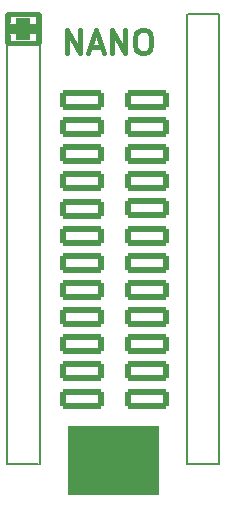
<source format=gto>
G04 #@! TF.GenerationSoftware,KiCad,Pcbnew,6.0.1-79c1e3a40b~116~ubuntu20.04.1*
G04 #@! TF.CreationDate,2022-01-18T16:29:50+01:00*
G04 #@! TF.ProjectId,Arduino_GPIB_Adapter,41726475-696e-46f5-9f47-5049425f4164,rev?*
G04 #@! TF.SameCoordinates,Original*
G04 #@! TF.FileFunction,Legend,Top*
G04 #@! TF.FilePolarity,Positive*
%FSLAX46Y46*%
G04 Gerber Fmt 4.6, Leading zero omitted, Abs format (unit mm)*
G04 Created by KiCad (PCBNEW 6.0.1-79c1e3a40b~116~ubuntu20.04.1) date 2022-01-18 16:29:50*
%MOMM*%
%LPD*%
G01*
G04 APERTURE LIST*
G04 Aperture macros list*
%AMRoundRect*
0 Rectangle with rounded corners*
0 $1 Rounding radius*
0 $2 $3 $4 $5 $6 $7 $8 $9 X,Y pos of 4 corners*
0 Add a 4 corners polygon primitive as box body*
4,1,4,$2,$3,$4,$5,$6,$7,$8,$9,$2,$3,0*
0 Add four circle primitives for the rounded corners*
1,1,$1+$1,$2,$3*
1,1,$1+$1,$4,$5*
1,1,$1+$1,$6,$7*
1,1,$1+$1,$8,$9*
0 Add four rect primitives between the rounded corners*
20,1,$1+$1,$2,$3,$4,$5,0*
20,1,$1+$1,$4,$5,$6,$7,0*
20,1,$1+$1,$6,$7,$8,$9,0*
20,1,$1+$1,$8,$9,$2,$3,0*%
G04 Aperture macros list end*
%ADD10C,0.400000*%
%ADD11C,0.200000*%
%ADD12C,0.120000*%
%ADD13C,0.300000*%
%ADD14RoundRect,0.476000X-0.625000X-0.425000X0.625000X-0.425000X0.625000X0.425000X-0.625000X0.425000X0*%
%ADD15O,2.202000X1.802000*%
%ADD16RoundRect,0.251000X-1.600000X0.600000X-1.600000X-0.600000X1.600000X-0.600000X1.600000X0.600000X0*%
G04 APERTURE END LIST*
D10*
X133920000Y-81440000D02*
X136444999Y-81440000D01*
X136444999Y-81440000D02*
X136444999Y-83894999D01*
X136444999Y-83894999D02*
X133920000Y-83894999D01*
X133920000Y-83894999D02*
X133920000Y-81440000D01*
X138871189Y-84729760D02*
X138871189Y-82729760D01*
X140014046Y-84729760D01*
X140014046Y-82729760D01*
X140871189Y-84158332D02*
X141823570Y-84158332D01*
X140680713Y-84729760D02*
X141347379Y-82729760D01*
X142014046Y-84729760D01*
X142680713Y-84729760D02*
X142680713Y-82729760D01*
X143823570Y-84729760D01*
X143823570Y-82729760D01*
X145156903Y-82729760D02*
X145537856Y-82729760D01*
X145728332Y-82824999D01*
X145918808Y-83015475D01*
X146014046Y-83396427D01*
X146014046Y-84063094D01*
X145918808Y-84444046D01*
X145728332Y-84634522D01*
X145537856Y-84729760D01*
X145156903Y-84729760D01*
X144966427Y-84634522D01*
X144775951Y-84444046D01*
X144680713Y-84063094D01*
X144680713Y-83396427D01*
X144775951Y-83015475D01*
X144966427Y-82824999D01*
X145156903Y-82729760D01*
D11*
X136600000Y-83930000D02*
X136600000Y-119490000D01*
D12*
X136470000Y-83930000D02*
X133800000Y-83930000D01*
D11*
X149100000Y-81390000D02*
X149100000Y-119490000D01*
X149170000Y-119490000D02*
X151800000Y-119490000D01*
X136470000Y-119490000D02*
X133790000Y-119490000D01*
X151800000Y-81390000D02*
X151800000Y-119490000D01*
X133800000Y-83820000D02*
X133790000Y-119490000D01*
X149170000Y-81390000D02*
X151800000Y-81390000D01*
D12*
X139010000Y-116250000D02*
X146620000Y-116250000D01*
X146620000Y-116250000D02*
X146620000Y-122060000D01*
X146620000Y-122060000D02*
X139010000Y-122060000D01*
X139010000Y-122060000D02*
X139010000Y-116250000D01*
G36*
X139010000Y-116250000D02*
G01*
X146620000Y-116250000D01*
X146620000Y-122060000D01*
X139010000Y-122060000D01*
X139010000Y-116250000D01*
G37*
D13*
X133850000Y-81500000D02*
X136580000Y-81500000D01*
X136580000Y-81500000D02*
X136580000Y-83820000D01*
X136580000Y-83820000D02*
X133850000Y-83820000D01*
X133850000Y-83820000D02*
X133850000Y-81500000D01*
%LPC*%
D14*
X135200000Y-82660000D03*
D15*
X135200000Y-85200000D03*
X135200000Y-87740000D03*
X135200000Y-90280000D03*
X135200000Y-92820000D03*
X135200000Y-95360000D03*
X135200000Y-97900000D03*
X135200000Y-100440000D03*
X135200000Y-102980000D03*
X135200000Y-105520000D03*
X135200000Y-108060000D03*
X135200000Y-110600000D03*
X135200000Y-113140000D03*
X135200000Y-115680000D03*
X135200000Y-118220000D03*
X150440000Y-118220000D03*
X150440000Y-115680000D03*
X150440000Y-113140000D03*
X150440000Y-110600000D03*
X150440000Y-108060000D03*
X150440000Y-105520000D03*
X150440000Y-102980000D03*
X150440000Y-100440000D03*
X150440000Y-97900000D03*
X150440000Y-95360000D03*
X150440000Y-92820000D03*
X150440000Y-90280000D03*
X150440000Y-87740000D03*
X150440000Y-85200000D03*
X150440000Y-82660000D03*
D16*
X145714999Y-113964999D03*
X145714999Y-111664999D03*
X145714999Y-109364999D03*
X145714999Y-107064999D03*
X145714999Y-104764999D03*
X145714999Y-102464999D03*
X145714999Y-100164999D03*
X145714999Y-97864999D03*
X145714999Y-95564999D03*
X145714999Y-93264999D03*
X145714999Y-90964999D03*
X145714999Y-88664999D03*
X140134999Y-113964999D03*
X140134999Y-111665899D03*
X140134999Y-109366809D03*
X140134999Y-107067719D03*
X140134999Y-104768629D03*
X140134999Y-102469539D03*
X140134999Y-100170449D03*
X140134999Y-97871359D03*
X140134999Y-95572269D03*
X140134999Y-93273179D03*
X140134999Y-90974089D03*
X140134999Y-88674999D03*
M02*

</source>
